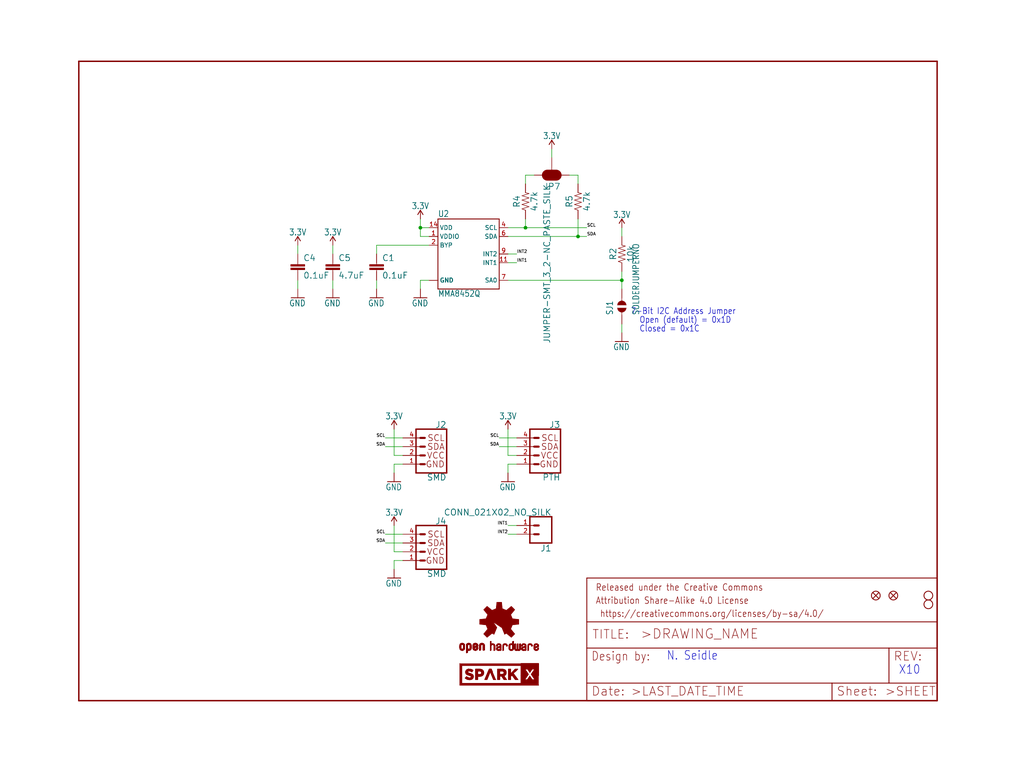
<source format=kicad_sch>
(kicad_sch (version 20211123) (generator eeschema)
  (paper "User" 297.002 223.926)
  (lib_symbols
    (symbol "eagleSchem-eagle-import:0.1UF-0603-25V-(+80{slash}-20%)"
      (property "Reference" "C" (at 1.524 2.921 0))
      (property "Value" "0.1UF-0603-25V-(+80{slash}-20%)" (at 1.524 -2.159 0))
      (symbol "0.1UF-0603-25V-(+80{slash}-20%)_1_0"
        (pin passive line (at 0 5.08 270) (length 2.54) (name "1") (number "1"))
        (pin passive line (at 0 -2.54 90) (length 2.54) (name "2") (number "2"))
      )
    )
    (symbol "eagleSchem-eagle-import:10KOHM-0603-1{slash}10W-1%"
      (property "Reference" "R" (at 0 1.524 0))
      (property "Value" "10KOHM-0603-1{slash}10W-1%" (at 0 -1.524 0))
      (symbol "10KOHM-0603-1{slash}10W-1%_1_0"
        (pin passive line (at -5.08 0 0) (length 2.54) (name "1") (number "1"))
        (pin passive line (at 5.08 0 180) (length 2.54) (name "2") (number "2"))
      )
    )
    (symbol "eagleSchem-eagle-import:3.3V" (power)
      (property "Value" "3.3V" (at 0 2.794 0))
      (symbol "3.3V_1_0"
        (pin power_in line (at 0 0 90) (length 2.54) (name "3.3V") (number "1"))
      )
    )
    (symbol "eagleSchem-eagle-import:4.7KOHM-0603-1{slash}10W-1%"
      (property "Reference" "R" (at 0 1.524 0))
      (property "Value" "4.7KOHM-0603-1{slash}10W-1%" (at 0 -1.524 0))
      (symbol "4.7KOHM-0603-1{slash}10W-1%_1_0"
        (pin passive line (at -5.08 0 0) (length 2.54) (name "1") (number "1"))
        (pin passive line (at 5.08 0 180) (length 2.54) (name "2") (number "2"))
      )
    )
    (symbol "eagleSchem-eagle-import:4.7UF0603"
      (property "Reference" "C" (at 1.524 2.921 0))
      (property "Value" "4.7UF0603" (at 1.524 -2.159 0))
      (symbol "4.7UF0603_1_0"
        (pin passive line (at 0 5.08 270) (length 2.54) (name "1") (number "1"))
        (pin passive line (at 0 -2.54 90) (length 2.54) (name "2") (number "2"))
      )
    )
    (symbol "eagleSchem-eagle-import:CONN_021X02_NO_SILK"
      (property "Reference" "J" (at -2.54 5.588 0))
      (property "Value" "CONN_021X02_NO_SILK" (at -2.54 -4.826 0))
      (symbol "CONN_021X02_NO_SILK_1_0"
        (pin passive line (at 7.62 0 180) (length 5.08) (name "1") (number "1"))
        (pin passive line (at 7.62 2.54 180) (length 5.08) (name "2") (number "2"))
      )
    )
    (symbol "eagleSchem-eagle-import:FIDUCIALUFIDUCIAL")
    (symbol "eagleSchem-eagle-import:FRAME-LETTER"
      (symbol "FRAME-LETTER_2_0"
        (text " https://creativecommons.org/licenses/by-sa/4.0/" (at 2.54 24.13 0) (effects (font (size 1.9304 1.6408)) (justify left bottom)))
        (text ">DRAWING_NAME" (at 15.494 17.78 0) (effects (font (size 2.7432 2.7432)) (justify left bottom)))
        (text ">LAST_DATE_TIME" (at 12.7 1.27 0) (effects (font (size 2.54 2.54)) (justify left bottom)))
        (text ">SHEET" (at 86.36 1.27 0) (effects (font (size 2.54 2.54)) (justify left bottom)))
        (text "Attribution Share-Alike 4.0 License" (at 2.54 27.94 0) (effects (font (size 1.9304 1.6408)) (justify left bottom)))
        (text "Date:" (at 1.27 1.27 0) (effects (font (size 2.54 2.54)) (justify left bottom)))
        (text "Design by:" (at 1.27 11.43 0) (effects (font (size 2.54 2.159)) (justify left bottom)))
        (text "Released under the Creative Commons" (at 2.54 31.75 0) (effects (font (size 1.9304 1.6408)) (justify left bottom)))
        (text "REV:" (at 88.9 11.43 0) (effects (font (size 2.54 2.54)) (justify left bottom)))
        (text "Sheet:" (at 72.39 1.27 0) (effects (font (size 2.54 2.54)) (justify left bottom)))
        (text "TITLE:" (at 1.524 17.78 0) (effects (font (size 2.54 2.54)) (justify left bottom)))
      )
    )
    (symbol "eagleSchem-eagle-import:GND" (power)
      (property "Value" "GND" (at -2.54 -2.54 0))
      (symbol "GND_1_0"
        (pin power_in line (at 0 2.54 270) (length 2.54) (name "GND") (number "1"))
      )
    )
    (symbol "eagleSchem-eagle-import:I2C_STANDARDJS-1MM"
      (property "Reference" "J" (at -5.08 7.874 0))
      (property "Value" "I2C_STANDARDJS-1MM" (at -5.08 -5.334 0))
      (symbol "I2C_STANDARDJS-1MM_1_0"
        (text "GND" (at -4.572 -2.54 0) (effects (font (size 1.778 1.778)) (justify left)))
        (text "SCL" (at -4.572 5.08 0) (effects (font (size 1.778 1.778)) (justify left)))
        (text "SDA" (at -4.572 2.54 0) (effects (font (size 1.778 1.778)) (justify left)))
        (text "VCC" (at -4.572 0 0) (effects (font (size 1.778 1.778)) (justify left)))
        (pin power_in line (at 7.62 -2.54 180) (length 5.08) (name "GND") (number "1"))
        (pin power_in line (at 7.62 0 180) (length 5.08) (name "VCC") (number "2"))
        (pin passive line (at 7.62 2.54 180) (length 5.08) (name "SDA") (number "3"))
        (pin passive line (at 7.62 5.08 180) (length 5.08) (name "SCL") (number "4"))
      )
    )
    (symbol "eagleSchem-eagle-import:I2C_STANDARD_NO_SILK"
      (property "Reference" "J" (at -5.08 7.874 0))
      (property "Value" "I2C_STANDARD_NO_SILK" (at -5.08 -5.334 0))
      (symbol "I2C_STANDARD_NO_SILK_1_0"
        (text "GND" (at -4.572 -2.54 0) (effects (font (size 1.778 1.778)) (justify left)))
        (text "SCL" (at -4.572 5.08 0) (effects (font (size 1.778 1.778)) (justify left)))
        (text "SDA" (at -4.572 2.54 0) (effects (font (size 1.778 1.778)) (justify left)))
        (text "VCC" (at -4.572 0 0) (effects (font (size 1.778 1.778)) (justify left)))
        (pin power_in line (at 7.62 -2.54 180) (length 5.08) (name "GND") (number "1"))
        (pin power_in line (at 7.62 0 180) (length 5.08) (name "VCC") (number "2"))
        (pin passive line (at 7.62 2.54 180) (length 5.08) (name "SDA") (number "3"))
        (pin passive line (at 7.62 5.08 180) (length 5.08) (name "SCL") (number "4"))
      )
    )
    (symbol "eagleSchem-eagle-import:JUMPER-SMT_3_2-NC_PASTE_SILK"
      (property "Reference" "JP" (at 2.54 0.381 0))
      (property "Value" "JUMPER-SMT_3_2-NC_PASTE_SILK" (at 2.54 -0.381 0))
      (symbol "JUMPER-SMT_3_2-NC_PASTE_SILK_1_0"
        (pin passive line (at 0 5.08 270) (length 2.54) (name "1") (number "1"))
        (pin passive line (at -5.08 0 0) (length 2.54) (name "2") (number "2"))
        (pin passive line (at 0 -5.08 90) (length 2.54) (name "3") (number "3"))
      )
    )
    (symbol "eagleSchem-eagle-import:MMA8452Q"
      (property "Reference" "U" (at -7.62 10.668 0))
      (property "Value" "MMA8452Q" (at -7.62 -12.446 0))
      (symbol "MMA8452Q_1_0"
        (pin bidirectional line (at -10.16 5.08 0) (length 2.54) (name "VDDIO") (number "1"))
        (pin bidirectional line (at -10.16 -7.62 0) (length 2.54) (name "GND") (number "10"))
        (pin bidirectional line (at 12.7 -2.54 180) (length 2.54) (name "INT1") (number "11"))
        (pin bidirectional line (at -10.16 -7.62 0) (length 2.54) (name "GND") (number "12"))
        (pin bidirectional line (at -10.16 7.62 0) (length 2.54) (name "VDD") (number "14"))
        (pin bidirectional line (at -10.16 2.54 0) (length 2.54) (name "BYP") (number "2"))
        (pin bidirectional line (at 12.7 7.62 180) (length 2.54) (name "SCL") (number "4"))
        (pin bidirectional line (at -10.16 -7.62 0) (length 2.54) (name "GND") (number "5"))
        (pin bidirectional line (at 12.7 5.08 180) (length 2.54) (name "SDA") (number "6"))
        (pin bidirectional line (at 12.7 -7.62 180) (length 2.54) (name "SA0") (number "7"))
        (pin bidirectional line (at 12.7 0 180) (length 2.54) (name "INT2") (number "9"))
      )
    )
    (symbol "eagleSchem-eagle-import:OSHW-LOGOMINI")
    (symbol "eagleSchem-eagle-import:SOLDERJUMPERNO"
      (property "Reference" "SJ" (at -2.54 2.54 0))
      (property "Value" "SOLDERJUMPERNO" (at -2.54 -5.08 0))
      (symbol "SOLDERJUMPERNO_1_0"
        (pin passive line (at -5.08 0 0) (length 2.54) (name "1") (number "1"))
        (pin passive line (at 5.08 0 180) (length 2.54) (name "2") (number "2"))
      )
    )
    (symbol "eagleSchem-eagle-import:SPARKX-LOGO4")
    (symbol "eagleSchem-eagle-import:STAND-OFF")
  )
  (junction (at 121.92 66.04))
  (junction (at 167.64 68.58))
  (junction (at 152.4 66.04))
  (junction (at 180.34 81.28))
  (wire (pts (xy 149.86 129.54) (xy 144.78 129.54)))
  (wire (pts (xy 114.3 160.02) (xy 114.3 152.4)))
  (wire (pts (xy 114.3 134.62) (xy 114.3 137.16)))
  (wire (pts (xy 147.32 66.04) (xy 152.4 66.04)))
  (wire (pts (xy 124.46 71.12) (xy 109.22 71.12)))
  (wire (pts (xy 152.4 53.34) (xy 152.4 50.8)))
  (wire (pts (xy 180.34 96.52) (xy 180.34 93.98)))
  (wire (pts (xy 116.84 132.08) (xy 114.3 132.08)))
  (wire (pts (xy 96.52 81.28) (xy 96.52 83.82)))
  (wire (pts (xy 149.86 134.62) (xy 147.32 134.62)))
  (wire (pts (xy 180.34 83.82) (xy 180.34 81.28)))
  (wire (pts (xy 116.84 129.54) (xy 111.76 129.54)))
  (wire (pts (xy 86.36 81.28) (xy 86.36 83.82)))
  (wire (pts (xy 121.92 66.04) (xy 121.92 63.5)))
  (wire (pts (xy 114.3 132.08) (xy 114.3 124.46)))
  (wire (pts (xy 124.46 68.58) (xy 121.92 68.58)))
  (wire (pts (xy 147.32 76.2) (xy 149.86 76.2)))
  (wire (pts (xy 167.64 68.58) (xy 170.18 68.58)))
  (wire (pts (xy 121.92 68.58) (xy 121.92 66.04)))
  (wire (pts (xy 152.4 66.04) (xy 170.18 66.04)))
  (wire (pts (xy 116.84 134.62) (xy 114.3 134.62)))
  (wire (pts (xy 180.34 66.04) (xy 180.34 68.58)))
  (wire (pts (xy 116.84 162.56) (xy 114.3 162.56)))
  (wire (pts (xy 116.84 157.48) (xy 111.76 157.48)))
  (wire (pts (xy 116.84 127) (xy 111.76 127)))
  (wire (pts (xy 109.22 71.12) (xy 109.22 73.66)))
  (wire (pts (xy 116.84 160.02) (xy 114.3 160.02)))
  (wire (pts (xy 114.3 162.56) (xy 114.3 165.1)))
  (wire (pts (xy 147.32 68.58) (xy 167.64 68.58)))
  (wire (pts (xy 167.64 68.58) (xy 167.64 63.5)))
  (wire (pts (xy 147.32 73.66) (xy 149.86 73.66)))
  (wire (pts (xy 152.4 66.04) (xy 152.4 63.5)))
  (wire (pts (xy 152.4 50.8) (xy 154.94 50.8)))
  (wire (pts (xy 149.86 127) (xy 144.78 127)))
  (wire (pts (xy 149.86 152.4) (xy 147.32 152.4)))
  (wire (pts (xy 116.84 154.94) (xy 111.76 154.94)))
  (wire (pts (xy 180.34 81.28) (xy 180.34 78.74)))
  (wire (pts (xy 147.32 134.62) (xy 147.32 137.16)))
  (wire (pts (xy 124.46 81.28) (xy 121.92 81.28)))
  (wire (pts (xy 124.46 66.04) (xy 121.92 66.04)))
  (wire (pts (xy 86.36 73.66) (xy 86.36 71.12)))
  (wire (pts (xy 160.02 43.18) (xy 160.02 45.72)))
  (wire (pts (xy 149.86 154.94) (xy 147.32 154.94)))
  (wire (pts (xy 147.32 132.08) (xy 147.32 124.46)))
  (wire (pts (xy 167.64 50.8) (xy 165.1 50.8)))
  (wire (pts (xy 167.64 53.34) (xy 167.64 50.8)))
  (wire (pts (xy 121.92 81.28) (xy 121.92 83.82)))
  (wire (pts (xy 109.22 81.28) (xy 109.22 83.82)))
  (wire (pts (xy 96.52 73.66) (xy 96.52 71.12)))
  (wire (pts (xy 149.86 132.08) (xy 147.32 132.08)))
  (wire (pts (xy 147.32 81.28) (xy 180.34 81.28)))
  (text "X10" (at 260.604 195.834 180) (effects (font (size 2.54 2.159)) (justify left bottom)))
  (text "N. Seidle" (at 193.294 191.77 180) (effects (font (size 2.54 2.159)) (justify left bottom)))
  (text "Open (default) = 0x1D" (at 185.42 93.98 180) (effects (font (size 1.778 1.5113)) (justify left bottom)))
  (text "Closed = 0x1C" (at 185.42 96.52 180) (effects (font (size 1.778 1.5113)) (justify left bottom)))
  (text "7-Bit I2C Address Jumper" (at 182.88 91.44 180) (effects (font (size 1.778 1.5113)) (justify left bottom)))
  (label "SCL" (at 111.76 127 180) (effects (font (size 0.889 0.889))))
  (label "INT2" (at 147.32 154.94 180) (effects (font (size 0.889 0.889))))
  (label "SDA" (at 170.18 68.58 0) (effects (font (size 0.889 0.889))))
  (label "SCL" (at 111.76 154.94 180) (effects (font (size 0.889 0.889))))
  (label "SDA" (at 144.78 129.54 180) (effects (font (size 0.889 0.889))))
  (label "SCL" (at 144.78 127 180) (effects (font (size 0.889 0.889))))
  (label "SCL" (at 170.18 66.04 0) (effects (font (size 0.889 0.889))))
  (label "INT1" (at 149.86 76.2 0) (effects (font (size 0.889 0.889))))
  (label "SDA" (at 111.76 157.48 180) (effects (font (size 0.889 0.889))))
  (label "SDA" (at 111.76 129.54 180) (effects (font (size 0.889 0.889))))
  (label "INT1" (at 147.32 152.4 180) (effects (font (size 0.889 0.889))))
  (label "INT2" (at 149.86 73.66 0) (effects (font (size 0.889 0.889))))
  (symbol (lib_id "eagleSchem-eagle-import:FRAME-LETTER") (at 22.86 203.2 0) (unit 1)
    (property "Reference" "FRAME1" (effects hide))
    (property "Value" "FRAME-LETTER" (effects hide))
    (property "Footprint" "eagleSchem:CREATIVE_COMMONS" (effects hide))
  )
  (symbol (lib_id "eagleSchem-eagle-import:10KOHM-0603-1{slash}10W-1%") (at 180.34 73.66 90) (unit 1)
    (property "Reference" "R2" (at 178.816 73.66 0) (effects (font (size 1.778 1.778)) (justify bottom)))
    (property "Value" "10k" (at 181.864 73.66 0) (effects (font (size 1.778 1.778)) (justify top)))
    (property "Footprint" "eagleSchem:0603" (effects hide))
  )
  (symbol (lib_id "eagleSchem-eagle-import:4.7UF0603") (at 96.52 78.74 0) (unit 1)
    (property "Reference" "C5" (at 98.044 75.819 0) (effects (font (size 1.778 1.778)) (justify left bottom)))
    (property "Value" "4.7uF" (at 98.044 80.899 0) (effects (font (size 1.778 1.778)) (justify left bottom)))
    (property "Footprint" "eagleSchem:0603" (effects hide))
  )
  (symbol (lib_id "eagleSchem-eagle-import:FIDUCIALUFIDUCIAL") (at 254 172.72 0) (unit 1)
    (property "Reference" "JP2" (effects hide))
    (property "Value" "FIDUCIALUFIDUCIAL" (effects hide))
    (property "Footprint" "eagleSchem:MICRO-FIDUCIAL" (effects hide))
  )
  (symbol (lib_id "eagleSchem-eagle-import:3.3V") (at 96.52 71.12 0) (unit 1)
    (property "Reference" "#SUPPLY6" (effects hide))
    (property "Value" "3.3V" (at 96.52 68.326 0) (effects (font (size 1.778 1.5113)) (justify bottom)))
    (property "Footprint" "eagleSchem:" (effects hide))
  )
  (symbol (lib_id "eagleSchem-eagle-import:JUMPER-SMT_3_2-NC_PASTE_SILK") (at 160.02 50.8 270) (unit 1)
    (property "Reference" "JP7" (at 157.48 55.118 90) (effects (font (size 1.778 1.778)) (justify left bottom)))
    (property "Value" "JUMPER-SMT_3_2-NC_PASTE_SILK" (at 159.639 53.34 0) (effects (font (size 1.778 1.778)) (justify left top)))
    (property "Footprint" "eagleSchem:SMT-JUMPER_3_2-NC_PASTE_SILK" (effects hide))
  )
  (symbol (lib_id "eagleSchem-eagle-import:STAND-OFF") (at 269.24 175.26 0) (unit 1)
    (property "Reference" "JP4" (effects hide))
    (property "Value" "STAND-OFF" (effects hide))
    (property "Footprint" "eagleSchem:STAND-OFF" (effects hide))
  )
  (symbol (lib_id "eagleSchem-eagle-import:3.3V") (at 86.36 71.12 0) (unit 1)
    (property "Reference" "#SUPPLY5" (effects hide))
    (property "Value" "3.3V" (at 86.36 68.326 0) (effects (font (size 1.778 1.5113)) (justify bottom)))
    (property "Footprint" "eagleSchem:" (effects hide))
  )
  (symbol (lib_id "eagleSchem-eagle-import:SPARKX-LOGO4") (at 144.78 195.58 0) (unit 1)
    (property "Reference" "U$2" (effects hide))
    (property "Value" "SPARKX-LOGO4" (effects hide))
    (property "Footprint" "eagleSchem:SPARKX-MEDIUM" (effects hide))
  )
  (symbol (lib_id "eagleSchem-eagle-import:GND") (at 114.3 139.7 0) (unit 1)
    (property "Reference" "#GND6" (effects hide))
    (property "Value" "GND" (at 111.76 142.24 0) (effects (font (size 1.778 1.5113)) (justify left bottom)))
    (property "Footprint" "eagleSchem:" (effects hide))
  )
  (symbol (lib_id "eagleSchem-eagle-import:STAND-OFF") (at 269.24 172.72 0) (unit 1)
    (property "Reference" "JP3" (effects hide))
    (property "Value" "STAND-OFF" (effects hide))
    (property "Footprint" "eagleSchem:STAND-OFF" (effects hide))
  )
  (symbol (lib_id "eagleSchem-eagle-import:GND") (at 109.22 86.36 0) (unit 1)
    (property "Reference" "#GND5" (effects hide))
    (property "Value" "GND" (at 106.68 88.9 0) (effects (font (size 1.778 1.5113)) (justify left bottom)))
    (property "Footprint" "eagleSchem:" (effects hide))
  )
  (symbol (lib_id "eagleSchem-eagle-import:GND") (at 147.32 139.7 0) (unit 1)
    (property "Reference" "#GND7" (effects hide))
    (property "Value" "GND" (at 144.78 142.24 0) (effects (font (size 1.778 1.5113)) (justify left bottom)))
    (property "Footprint" "eagleSchem:" (effects hide))
  )
  (symbol (lib_id "eagleSchem-eagle-import:GND") (at 96.52 86.36 0) (unit 1)
    (property "Reference" "#GND3" (effects hide))
    (property "Value" "GND" (at 93.98 88.9 0) (effects (font (size 1.778 1.5113)) (justify left bottom)))
    (property "Footprint" "eagleSchem:" (effects hide))
  )
  (symbol (lib_id "eagleSchem-eagle-import:0.1UF-0603-25V-(+80{slash}-20%)") (at 86.36 78.74 0) (unit 1)
    (property "Reference" "C4" (at 87.884 75.819 0) (effects (font (size 1.778 1.778)) (justify left bottom)))
    (property "Value" "0.1uF" (at 87.884 80.899 0) (effects (font (size 1.778 1.778)) (justify left bottom)))
    (property "Footprint" "eagleSchem:0603" (effects hide))
  )
  (symbol (lib_id "eagleSchem-eagle-import:MMA8452Q") (at 134.62 73.66 0) (unit 1)
    (property "Reference" "U2" (at 127 62.992 0) (effects (font (size 1.778 1.5113)) (justify left bottom)))
    (property "Value" "MMA8452Q" (at 127 86.106 0) (effects (font (size 1.778 1.5113)) (justify left bottom)))
    (property "Footprint" "eagleSchem:QFN-16_0.5MM" (effects hide))
  )
  (symbol (lib_id "eagleSchem-eagle-import:3.3V") (at 147.32 124.46 0) (unit 1)
    (property "Reference" "#SUPPLY7" (effects hide))
    (property "Value" "3.3V" (at 147.32 121.666 0) (effects (font (size 1.778 1.5113)) (justify bottom)))
    (property "Footprint" "eagleSchem:" (effects hide))
  )
  (symbol (lib_id "eagleSchem-eagle-import:3.3V") (at 160.02 43.18 0) (unit 1)
    (property "Reference" "#SUPPLY1" (effects hide))
    (property "Value" "3.3V" (at 160.02 40.386 0) (effects (font (size 1.778 1.5113)) (justify bottom)))
    (property "Footprint" "eagleSchem:" (effects hide))
  )
  (symbol (lib_id "eagleSchem-eagle-import:I2C_STANDARD_NO_SILK") (at 157.48 132.08 0) (mirror y) (unit 1)
    (property "Reference" "J3" (at 162.56 124.206 0) (effects (font (size 1.778 1.778)) (justify left bottom)))
    (property "Value" "PTH" (at 162.56 137.414 0) (effects (font (size 1.778 1.778)) (justify left top)))
    (property "Footprint" "eagleSchem:1X04_NO_SILK" (effects hide))
  )
  (symbol (lib_id "eagleSchem-eagle-import:I2C_STANDARDJS-1MM") (at 124.46 132.08 0) (mirror y) (unit 1)
    (property "Reference" "J2" (at 129.54 124.206 0) (effects (font (size 1.778 1.778)) (justify left bottom)))
    (property "Value" "SMD" (at 129.54 137.414 0) (effects (font (size 1.778 1.778)) (justify left top)))
    (property "Footprint" "eagleSchem:1X04_1MM_RA" (effects hide))
  )
  (symbol (lib_id "eagleSchem-eagle-import:OSHW-LOGOMINI") (at 144.78 180.34 0) (unit 1)
    (property "Reference" "LOGO1" (effects hide))
    (property "Value" "OSHW-LOGOMINI" (effects hide))
    (property "Footprint" "eagleSchem:OSHW-LOGO-MINI" (effects hide))
  )
  (symbol (lib_id "eagleSchem-eagle-import:GND") (at 86.36 86.36 0) (unit 1)
    (property "Reference" "#GND4" (effects hide))
    (property "Value" "GND" (at 83.82 88.9 0) (effects (font (size 1.778 1.5113)) (justify left bottom)))
    (property "Footprint" "eagleSchem:" (effects hide))
  )
  (symbol (lib_id "eagleSchem-eagle-import:GND") (at 121.92 86.36 0) (unit 1)
    (property "Reference" "#GND1" (effects hide))
    (property "Value" "GND" (at 119.38 88.9 0) (effects (font (size 1.778 1.5113)) (justify left bottom)))
    (property "Footprint" "eagleSchem:" (effects hide))
  )
  (symbol (lib_id "eagleSchem-eagle-import:3.3V") (at 114.3 152.4 0) (unit 1)
    (property "Reference" "#SUPPLY8" (effects hide))
    (property "Value" "3.3V" (at 114.3 149.606 0) (effects (font (size 1.778 1.5113)) (justify bottom)))
    (property "Footprint" "eagleSchem:" (effects hide))
  )
  (symbol (lib_id "eagleSchem-eagle-import:CONN_021X02_NO_SILK") (at 157.48 152.4 180) (unit 1)
    (property "Reference" "J1" (at 160.02 157.988 0) (effects (font (size 1.778 1.778)) (justify left bottom)))
    (property "Value" "CONN_021X02_NO_SILK" (at 160.02 147.574 0) (effects (font (size 1.778 1.778)) (justify left bottom)))
    (property "Footprint" "eagleSchem:1X02_NO_SILK" (effects hide))
  )
  (symbol (lib_id "eagleSchem-eagle-import:I2C_STANDARDJS-1MM") (at 124.46 160.02 0) (mirror y) (unit 1)
    (property "Reference" "J4" (at 129.54 152.146 0) (effects (font (size 1.778 1.778)) (justify left bottom)))
    (property "Value" "SMD" (at 129.54 165.354 0) (effects (font (size 1.778 1.778)) (justify left top)))
    (property "Footprint" "eagleSchem:1X04_1MM_RA" (effects hide))
  )
  (symbol (lib_id "eagleSchem-eagle-import:SOLDERJUMPERNO") (at 180.34 88.9 90) (unit 1)
    (property "Reference" "SJ1" (at 177.8 91.44 0) (effects (font (size 1.778 1.5113)) (justify left bottom)))
    (property "Value" "SOLDERJUMPERNO" (at 185.42 91.44 0) (effects (font (size 1.778 1.5113)) (justify left bottom)))
    (property "Footprint" "eagleSchem:SJ_2S-NO" (effects hide))
  )
  (symbol (lib_id "eagleSchem-eagle-import:3.3V") (at 114.3 124.46 0) (unit 1)
    (property "Reference" "#SUPPLY4" (effects hide))
    (property "Value" "3.3V" (at 114.3 121.666 0) (effects (font (size 1.778 1.5113)) (justify bottom)))
    (property "Footprint" "eagleSchem:" (effects hide))
  )
  (symbol (lib_id "eagleSchem-eagle-import:SPARKX-LOGO4") (at 144.78 195.58 0) (unit 1)
    (property "Reference" "U$1" (effects hide))
    (property "Value" "SPARKX-LOGO4" (effects hide))
    (property "Footprint" "eagleSchem:SPARKX-MEDIUM" (effects hide))
  )
  (symbol (lib_id "eagleSchem-eagle-import:FIDUCIALUFIDUCIAL") (at 259.08 172.72 0) (unit 1)
    (property "Reference" "JP6" (effects hide))
    (property "Value" "FIDUCIALUFIDUCIAL" (effects hide))
    (property "Footprint" "eagleSchem:MICRO-FIDUCIAL" (effects hide))
  )
  (symbol (lib_id "eagleSchem-eagle-import:FRAME-LETTER") (at 170.18 203.2 0) (unit 2)
    (property "Reference" "FRAME1" (effects hide))
    (property "Value" "FRAME-LETTER" (effects hide))
    (property "Footprint" "eagleSchem:CREATIVE_COMMONS" (effects hide))
  )
  (symbol (lib_id "eagleSchem-eagle-import:4.7KOHM-0603-1{slash}10W-1%") (at 152.4 58.42 90) (unit 1)
    (property "Reference" "R4" (at 150.876 58.42 0) (effects (font (size 1.778 1.778)) (justify bottom)))
    (property "Value" "4.7k" (at 153.924 58.42 0) (effects (font (size 1.778 1.778)) (justify top)))
    (property "Footprint" "eagleSchem:0603" (effects hide))
  )
  (symbol (lib_id "eagleSchem-eagle-import:3.3V") (at 121.92 63.5 0) (unit 1)
    (property "Reference" "#SUPPLY3" (effects hide))
    (property "Value" "3.3V" (at 121.92 60.706 0) (effects (font (size 1.778 1.5113)) (justify bottom)))
    (property "Footprint" "eagleSchem:" (effects hide))
  )
  (symbol (lib_id "eagleSchem-eagle-import:3.3V") (at 180.34 66.04 0) (unit 1)
    (property "Reference" "#SUPPLY2" (effects hide))
    (property "Value" "3.3V" (at 180.34 63.246 0) (effects (font (size 1.778 1.5113)) (justify bottom)))
    (property "Footprint" "eagleSchem:" (effects hide))
  )
  (symbol (lib_id "eagleSchem-eagle-import:0.1UF-0603-25V-(+80{slash}-20%)") (at 109.22 78.74 0) (unit 1)
    (property "Reference" "C1" (at 110.744 75.819 0) (effects (font (size 1.778 1.778)) (justify left bottom)))
    (property "Value" "0.1uF" (at 110.744 80.899 0) (effects (font (size 1.778 1.778)) (justify left bottom)))
    (property "Footprint" "eagleSchem:0603" (effects hide))
  )
  (symbol (lib_id "eagleSchem-eagle-import:GND") (at 114.3 167.64 0) (unit 1)
    (property "Reference" "#GND8" (effects hide))
    (property "Value" "GND" (at 111.76 170.18 0) (effects (font (size 1.778 1.5113)) (justify left bottom)))
    (property "Footprint" "eagleSchem:" (effects hide))
  )
  (symbol (lib_id "eagleSchem-eagle-import:4.7KOHM-0603-1{slash}10W-1%") (at 167.64 58.42 90) (unit 1)
    (property "Reference" "R5" (at 166.116 58.42 0) (effects (font (size 1.778 1.778)) (justify bottom)))
    (property "Value" "4.7k" (at 169.164 58.42 0) (effects (font (size 1.778 1.778)) (justify top)))
    (property "Footprint" "eagleSchem:0603" (effects hide))
  )
  (symbol (lib_id "eagleSchem-eagle-import:GND") (at 180.34 99.06 0) (unit 1)
    (property "Reference" "#GND2" (effects hide))
    (property "Value" "GND" (at 177.8 101.6 0) (effects (font (size 1.778 1.5113)) (justify left bottom)))
    (property "Footprint" "eagleSchem:" (effects hide))
  )
)
</source>
